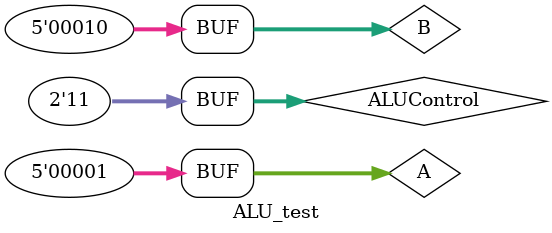
<source format=sv>
`include "ALU.sv"

module ALU_test;
  logic [4:0] A, B, result;
  // DUT NbitAdder
  logic [1:0] ALUControl;
  logic cout;
  
  ALU ALU (
    .A(A),
    .B(B),
    .ALUControl(ALUControl),
    .result(result),
    .cout(cout)
  );
  
  // TEST SEQUENCE
  initial begin
    $dumpfile("dump.vcd"); $dumpvars;
    
    // init
    A = 4'b0001;
    B = 4'b0010;
    ALUControl = 2'b00; #1;
    
    // test casees
    ALUControl = 2'b01; #1;
    ALUControl = 2'b10; #1;
    ALUControl = 2'b11; #1;
    
  end
endmodule

</source>
